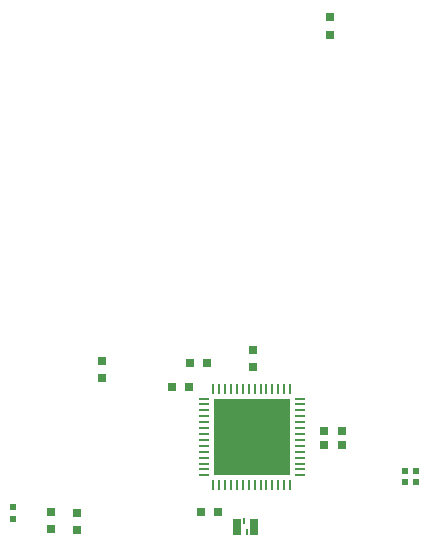
<source format=gbp>
%FSLAX25Y25*%
%MOIN*%
G70*
G01*
G75*
G04 Layer_Color=128*
%ADD10O,0.03543X0.00984*%
%ADD11R,0.06693X0.04331*%
%ADD12R,0.01969X0.01969*%
%ADD13R,0.03543X0.03150*%
%ADD14R,0.03150X0.03543*%
%ADD15R,0.01969X0.01969*%
%ADD16R,0.02362X0.04331*%
%ADD17R,0.03150X0.03150*%
%ADD18R,0.03150X0.03150*%
%ADD19R,0.04134X0.02362*%
%ADD20R,0.02362X0.04134*%
%ADD21R,0.03150X0.02756*%
%ADD22R,0.02756X0.03150*%
%ADD23R,0.02362X0.01969*%
%ADD24R,0.01969X0.02362*%
%ADD25R,0.25590X0.25590*%
%ADD26O,0.00984X0.03543*%
%ADD27R,0.01969X0.02559*%
%ADD28R,0.03347X0.03740*%
%ADD29O,0.02559X0.00787*%
%ADD30O,0.00787X0.02559*%
%ADD31R,0.18504X0.18504*%
%ADD32R,0.02559X0.01969*%
%ADD33R,0.03543X0.02756*%
%ADD34R,0.03150X0.02953*%
%ADD35R,0.10236X0.05906*%
%ADD36R,0.00787X0.01969*%
%ADD37R,0.02953X0.05512*%
%ADD38R,0.05906X0.14173*%
%ADD39C,0.00600*%
%ADD40C,0.01000*%
%ADD41C,0.00800*%
%ADD42C,0.01200*%
%ADD43C,0.00400*%
%ADD44C,0.01600*%
%ADD45C,0.05906*%
%ADD46R,0.05906X0.05906*%
%ADD47R,0.05906X0.05906*%
%ADD48C,0.00900*%
%ADD49C,0.02000*%
%ADD50C,0.01400*%
%ADD51C,0.01969*%
%ADD52C,0.02598*%
%ADD53C,0.04000*%
%ADD54C,0.04743*%
%ADD55C,0.01600*%
%ADD56C,0.02200*%
%ADD57C,0.01800*%
%ADD58C,0.01987*%
%ADD59C,0.02499*%
%ADD60C,0.00984*%
%ADD61C,0.00394*%
%ADD62C,0.00787*%
%ADD63C,0.00500*%
%ADD64R,0.01575X0.01575*%
%ADD65R,0.01575X0.01575*%
%ADD66O,0.03943X0.01384*%
%ADD67R,0.07093X0.04731*%
%ADD68R,0.02369X0.02369*%
%ADD69R,0.03943X0.03550*%
%ADD70R,0.03550X0.03943*%
%ADD71R,0.02369X0.02369*%
%ADD72R,0.02762X0.04731*%
%ADD73R,0.03550X0.03550*%
%ADD74R,0.03550X0.03550*%
%ADD75R,0.04534X0.02762*%
%ADD76R,0.02762X0.04534*%
%ADD77R,0.03550X0.03156*%
%ADD78R,0.03156X0.03550*%
%ADD79R,0.02762X0.02369*%
%ADD80R,0.02369X0.02762*%
%ADD81R,0.25991X0.25991*%
%ADD82O,0.01384X0.03943*%
%ADD83R,0.02369X0.02959*%
%ADD84R,0.03747X0.04140*%
%ADD85O,0.02959X0.01187*%
%ADD86O,0.01187X0.02959*%
%ADD87R,0.18904X0.18904*%
%ADD88R,0.02959X0.02369*%
%ADD89R,0.03943X0.03156*%
%ADD90R,0.03550X0.03353*%
%ADD91R,0.10636X0.06306*%
%ADD92R,0.01187X0.02369*%
%ADD93R,0.03353X0.05912*%
%ADD94R,0.06306X0.14573*%
%ADD95C,0.06306*%
%ADD96R,0.06306X0.06306*%
%ADD97R,0.06306X0.06306*%
%ADD98C,0.01300*%
%ADD99C,0.02400*%
%ADD100C,0.02369*%
%ADD101C,0.02998*%
D10*
X217955Y86216D02*
D03*
Y88184D02*
D03*
Y74405D02*
D03*
Y76373D02*
D03*
Y78342D02*
D03*
Y80310D02*
D03*
Y82279D02*
D03*
Y84247D02*
D03*
Y94090D02*
D03*
Y96058D02*
D03*
Y98027D02*
D03*
Y99995D02*
D03*
X249845D02*
D03*
Y98027D02*
D03*
Y96058D02*
D03*
Y94090D02*
D03*
Y92121D02*
D03*
Y90153D02*
D03*
Y88184D02*
D03*
Y86216D02*
D03*
Y84247D02*
D03*
Y82279D02*
D03*
Y80310D02*
D03*
Y78342D02*
D03*
Y76373D02*
D03*
Y74405D02*
D03*
X217955Y92121D02*
D03*
Y90153D02*
D03*
D18*
X260000Y227153D02*
D03*
Y221247D02*
D03*
D21*
X234300Y110446D02*
D03*
Y116154D02*
D03*
X175700Y61954D02*
D03*
Y56246D02*
D03*
X166900Y62154D02*
D03*
Y56446D02*
D03*
X184100Y106846D02*
D03*
Y112554D02*
D03*
D22*
X258146Y89300D02*
D03*
X263854D02*
D03*
X219054Y111700D02*
D03*
X213346D02*
D03*
X213154Y103900D02*
D03*
X207446D02*
D03*
X222609Y62200D02*
D03*
X216900D02*
D03*
X258146Y84600D02*
D03*
X263854D02*
D03*
D24*
X154400Y63769D02*
D03*
Y59832D02*
D03*
X285000Y75968D02*
D03*
Y72031D02*
D03*
X288700Y75968D02*
D03*
Y72031D02*
D03*
D25*
X233900Y87200D02*
D03*
D26*
X221105Y103145D02*
D03*
X223073D02*
D03*
X225042D02*
D03*
X227010D02*
D03*
X228979D02*
D03*
X230947D02*
D03*
X232916D02*
D03*
X234884D02*
D03*
X236853D02*
D03*
X238821D02*
D03*
X240790D02*
D03*
X242758D02*
D03*
X244727D02*
D03*
X246695D02*
D03*
Y71255D02*
D03*
X244727D02*
D03*
X242758D02*
D03*
X240790D02*
D03*
X238821D02*
D03*
X236853D02*
D03*
X234884D02*
D03*
X232916D02*
D03*
X230947D02*
D03*
X228979D02*
D03*
X227010D02*
D03*
X225042D02*
D03*
X223073D02*
D03*
X221105D02*
D03*
D36*
X231506Y59072D02*
D03*
X232294Y55528D02*
D03*
D37*
X229046Y57300D02*
D03*
X234754D02*
D03*
M02*

</source>
